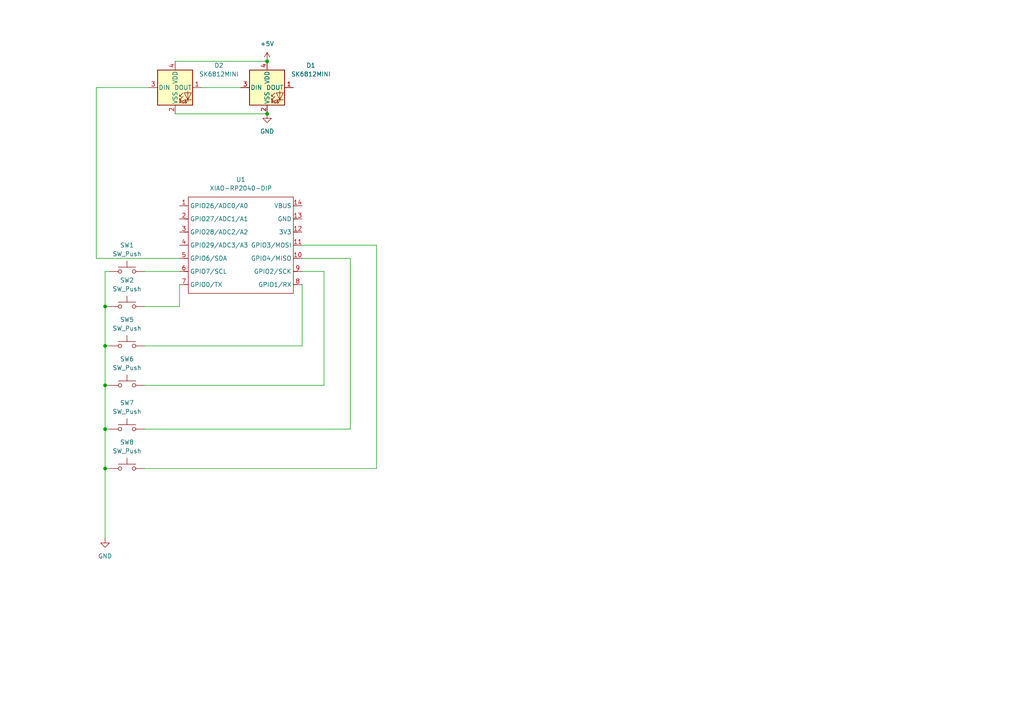
<source format=kicad_sch>
(kicad_sch (version 20250114) (generator "eeschema") (generator_version "9.0")
  (paper "A4")
  (lib_symbols
    (symbol "LED:SK6812MINI" (pin_names (offset 0.254))
      (property "Reference" "D" (at 5.08 5.715 0))
      (property "Value" "SK6812MINI" (at 1.27 -5.715 0))
      (symbol "SK6812MINI_0_0"
        (text "RGB" (at 2.286 -4.191 0) (effects (font (size 0.762 0.762))))
      )
      (symbol "SK6812MINI_0_1"
        (polyline (pts (xy 1.27 -2.54) (xy 1.778 -2.54)))
        (polyline (pts (xy 1.27 -3.556) (xy 1.778 -3.556)))
        (polyline (pts (xy 2.286 -1.524) (xy 1.27 -2.54) (xy 1.27 -2.032)))
        (polyline (pts (xy 2.286 -2.54) (xy 1.27 -3.556) (xy 1.27 -3.048)))
        (polyline (pts (xy 3.683 -1.016) (xy 3.683 -3.556) (xy 3.683 -4.064)))
        (polyline (pts (xy 4.699 -1.524) (xy 2.667 -1.524) (xy 3.683 -3.556) (xy 4.699 -1.524)))
        (polyline (pts (xy 4.699 -3.556) (xy 2.667 -3.556)))
        (rectangle (start 5.08 5.08) (end -5.08 -5.08) (stroke (width 0.254)) (fill (type background)))
      )
      (symbol "SK6812MINI_1_1"
        (pin input line (at -7.62 0 0) (length 2.54) (name "DIN") (number "3"))
        (pin power_in line (at 0 7.62 270) (length 2.54) (name "VDD") (number "4"))
        (pin power_in line (at 0 -7.62 90) (length 2.54) (name "VSS") (number "2"))
        (pin output line (at 7.62 0 180) (length 2.54) (name "DOUT") (number "1"))
      )
    )
    (symbol "OPL:XIAO-RP2040-DIP"
      (property "Reference" "U" (at 0 0 0))
      (property "Value" "XIAO-RP2040-DIP" (at 5.334 -1.778 0))
      (symbol "XIAO-RP2040-DIP_1_0"
        (polyline (pts (xy -1.27 -2.54) (xy 29.21 -2.54)) (stroke (width 0.1524)))
        (polyline (pts (xy -1.27 -5.08) (xy -2.54 -5.08)) (stroke (width 0.1524)))
        (polyline (pts (xy -1.27 -5.08) (xy -1.27 -2.54)) (stroke (width 0.1524)))
        (polyline (pts (xy -1.27 -8.89) (xy -2.54 -8.89)) (stroke (width 0.1524)))
        (polyline (pts (xy -1.27 -8.89) (xy -1.27 -5.08)) (stroke (width 0.1524)))
        (polyline (pts (xy -1.27 -12.7) (xy -2.54 -12.7)) (stroke (width 0.1524)))
        (polyline (pts (xy -1.27 -12.7) (xy -1.27 -8.89)) (stroke (width 0.1524)))
        (polyline (pts (xy -1.27 -16.51) (xy -2.54 -16.51)) (stroke (width 0.1524)))
        (polyline (pts (xy -1.27 -16.51) (xy -1.27 -12.7)) (stroke (width 0.1524)))
        (polyline (pts (xy -1.27 -20.32) (xy -2.54 -20.32)) (stroke (width 0.1524)))
        (polyline (pts (xy -1.27 -24.13) (xy -2.54 -24.13)) (stroke (width 0.1524)))
        (polyline (pts (xy -1.27 -27.94) (xy -2.54 -27.94)) (stroke (width 0.1524)))
        (polyline (pts (xy -1.27 -30.48) (xy -1.27 -16.51)) (stroke (width 0.1524)))
        (polyline (pts (xy 29.21 -2.54) (xy 29.21 -5.08)) (stroke (width 0.1524)))
        (polyline (pts (xy 29.21 -5.08) (xy 29.21 -8.89)) (stroke (width 0.1524)))
        (polyline (pts (xy 29.21 -8.89) (xy 29.21 -12.7)) (stroke (width 0.1524)))
        (polyline (pts (xy 29.21 -12.7) (xy 29.21 -30.48)) (stroke (width 0.1524)))
        (polyline (pts (xy 29.21 -30.48) (xy -1.27 -30.48)) (stroke (width 0.1524)))
        (polyline (pts (xy 30.48 -5.08) (xy 29.21 -5.08)) (stroke (width 0.1524)))
        (polyline (pts (xy 30.48 -8.89) (xy 29.21 -8.89)) (stroke (width 0.1524)))
        (polyline (pts (xy 30.48 -12.7) (xy 29.21 -12.7)) (stroke (width 0.1524)))
        (polyline (pts (xy 30.48 -16.51) (xy 29.21 -16.51)) (stroke (width 0.1524)))
        (polyline (pts (xy 30.48 -20.32) (xy 29.21 -20.32)) (stroke (width 0.1524)))
        (polyline (pts (xy 30.48 -24.13) (xy 29.21 -24.13)) (stroke (width 0.1524)))
        (polyline (pts (xy 30.48 -27.94) (xy 29.21 -27.94)) (stroke (width 0.1524)))
        (pin passive line (at -3.81 -5.08 0) (length 2.54) (name "GPIO26/ADC0/A0") (number "1"))
        (pin passive line (at -3.81 -8.89 0) (length 2.54) (name "GPIO27/ADC1/A1") (number "2"))
        (pin passive line (at -3.81 -12.7 0) (length 2.54) (name "GPIO28/ADC2/A2") (number "3"))
        (pin passive line (at -3.81 -16.51 0) (length 2.54) (name "GPIO29/ADC3/A3") (number "4"))
        (pin passive line (at -3.81 -20.32 0) (length 2.54) (name "GPIO6/SDA") (number "5"))
        (pin passive line (at -3.81 -24.13 0) (length 2.54) (name "GPIO7/SCL") (number "6"))
        (pin passive line (at -3.81 -27.94 0) (length 2.54) (name "GPIO0/TX") (number "7"))
        (pin passive line (at 31.75 -5.08 180) (length 2.54) (name "VBUS") (number "14"))
        (pin passive line (at 31.75 -8.89 180) (length 2.54) (name "GND") (number "13"))
        (pin passive line (at 31.75 -12.7 180) (length 2.54) (name "3V3") (number "12"))
        (pin passive line (at 31.75 -16.51 180) (length 2.54) (name "GPIO3/MOSI") (number "11"))
        (pin passive line (at 31.75 -20.32 180) (length 2.54) (name "GPIO4/MISO") (number "10"))
        (pin passive line (at 31.75 -24.13 180) (length 2.54) (name "GPIO2/SCK") (number "9"))
        (pin passive line (at 31.75 -27.94 180) (length 2.54) (name "GPIO1/RX") (number "8"))
      )
    )
    (symbol "Switch:SW_Push" (pin_numbers (hide yes)) (pin_names (offset 1.016) (hide yes))
      (property "Reference" "SW" (at 1.27 2.54 0))
      (property "Value" "SW_Push" (at 0 -1.524 0))
      (symbol "SW_Push_0_1"
        (circle (center -2.032 0) (radius 0.508))
        (polyline (pts (xy 0 1.27) (xy 0 3.048)))
        (circle (center 2.032 0) (radius 0.508))
        (polyline (pts (xy 2.54 1.27) (xy -2.54 1.27)))
        (pin passive line (at -5.08 0 0) (length 2.54) (name "1") (number "1"))
        (pin passive line (at 5.08 0 180) (length 2.54) (name "2") (number "2"))
      )
    )
    (symbol "power:+5V" (power) (pin_numbers (hide yes)) (pin_names (offset 0) (hide yes))
      (property "Value" "+5V" (at 0 3.556 0))
      (symbol "+5V_0_1"
        (polyline (pts (xy -0.762 1.27) (xy 0 2.54)))
        (polyline (pts (xy 0 2.54) (xy 0.762 1.27)))
        (polyline (pts (xy 0 0) (xy 0 2.54)))
      )
      (symbol "+5V_1_1"
        (pin power_in line (at 0 0 90) (length 0) (name "~") (number "1"))
      )
    )
    (symbol "power:GND" (power) (pin_numbers (hide yes)) (pin_names (offset 0) (hide yes))
      (property "Value" "GND" (at 0 -3.81 0))
      (symbol "GND_0_1"
        (polyline (pts (xy 0 0) (xy 0 -1.27) (xy 1.27 -1.27) (xy 0 -2.54) (xy -1.27 -1.27) (xy 0 -1.27)))
      )
      (symbol "GND_1_1"
        (pin power_in line (at 0 0 270) (length 0) (name "~") (number "1"))
      )
    )
  )
  (junction (at 30.48 124.46))
  (junction (at 30.48 111.76))
  (junction (at 77.47 33.02))
  (junction (at 77.47 17.78))
  (junction (at 30.48 135.89))
  (junction (at 30.48 100.33))
  (junction (at 30.48 88.9))
  (wire (pts (xy 58.42 25.4) (xy 69.85 25.4)))
  (wire (pts (xy 31.75 111.76) (xy 30.48 111.76)))
  (wire (pts (xy 31.75 124.46) (xy 30.48 124.46)))
  (wire (pts (xy 41.91 124.46) (xy 101.6 124.46)))
  (wire (pts (xy 30.48 78.74) (xy 30.48 88.9)))
  (wire (pts (xy 50.8 17.78) (xy 77.47 17.78)))
  (wire (pts (xy 41.91 111.76) (xy 93.98 111.76)))
  (wire (pts (xy 52.07 74.93) (xy 27.94 74.93)))
  (wire (pts (xy 31.75 100.33) (xy 30.48 100.33)))
  (wire (pts (xy 41.91 88.9) (xy 52.07 88.9)))
  (wire (pts (xy 31.75 78.74) (xy 30.48 78.74)))
  (wire (pts (xy 30.48 88.9) (xy 31.75 88.9)))
  (wire (pts (xy 30.48 111.76) (xy 30.48 124.46)))
  (wire (pts (xy 30.48 156.21) (xy 30.48 135.89)))
  (wire (pts (xy 30.48 100.33) (xy 30.48 111.76)))
  (wire (pts (xy 93.98 111.76) (xy 93.98 78.74)))
  (wire (pts (xy 52.07 88.9) (xy 52.07 82.55)))
  (wire (pts (xy 27.94 25.4) (xy 43.18 25.4)))
  (wire (pts (xy 109.22 71.12) (xy 87.63 71.12)))
  (wire (pts (xy 87.63 100.33) (xy 87.63 82.55)))
  (wire (pts (xy 41.91 100.33) (xy 87.63 100.33)))
  (wire (pts (xy 27.94 74.93) (xy 27.94 25.4)))
  (wire (pts (xy 101.6 124.46) (xy 101.6 74.93)))
  (wire (pts (xy 93.98 78.74) (xy 87.63 78.74)))
  (wire (pts (xy 50.8 33.02) (xy 77.47 33.02)))
  (wire (pts (xy 30.48 88.9) (xy 30.48 100.33)))
  (wire (pts (xy 41.91 78.74) (xy 52.07 78.74)))
  (wire (pts (xy 109.22 135.89) (xy 109.22 71.12)))
  (wire (pts (xy 30.48 124.46) (xy 30.48 135.89)))
  (wire (pts (xy 41.91 135.89) (xy 109.22 135.89)))
  (wire (pts (xy 30.48 135.89) (xy 31.75 135.89)))
  (wire (pts (xy 101.6 74.93) (xy 87.63 74.93)))
  (symbol (lib_id "Switch:SW_Push") (at 36.83 100.33 0) (unit 1)
    (property "Reference" "SW5" (at 36.83 92.71 0))
    (property "Value" "SW_Push" (at 36.83 95.25 0))
    (property "Footprint" "Button_Switch_Keyboard:SW_Cherry_MX_1.00u_PCB" (effects (hide yes)))
    (property "Description" "Push button switch, generic, two pins" (effects (hide yes)))
  )
  (symbol (lib_id "LED:SK6812MINI") (at 77.47 25.4 0) (unit 1)
    (property "Reference" "D1" (at 90.17 18.9798 0))
    (property "Value" "SK6812MINI" (at 90.17 21.5198 0))
    (property "Footprint" "LED_SMD:LED_SK6812MINI_PLCC4_3.5x3.5mm_P1.75mm" (effects (hide yes)))
    (property "Datasheet" "https://cdn-shop.adafruit.com/product-files/2686/SK6812MINI_REV.01-1-2.pdf" (effects (hide yes)))
    (property "Description" "RGB LED with integrated controller" (effects (hide yes)))
  )
  (symbol (lib_id "power:GND") (at 77.47 33.02 0) (unit 1)
    (property "Reference" "#PWR03" (effects (hide yes)))
    (property "Value" "GND" (at 77.47 38.1 0))
    (property "Description" "Power symbol creates a global label with name \"GND\" , ground" (effects (hide yes)))
  )
  (symbol (lib_id "Switch:SW_Push") (at 36.83 78.74 0) (unit 1)
    (property "Reference" "SW1" (at 36.83 71.12 0))
    (property "Value" "SW_Push" (at 36.83 73.66 0))
    (property "Footprint" "Button_Switch_Keyboard:SW_Cherry_MX_1.00u_PCB" (effects (hide yes)))
    (property "Description" "Push button switch, generic, two pins" (effects (hide yes)))
  )
  (symbol (lib_id "Switch:SW_Push") (at 36.83 111.76 0) (unit 1)
    (property "Reference" "SW6" (at 36.83 104.14 0))
    (property "Value" "SW_Push" (at 36.83 106.68 0))
    (property "Footprint" "Button_Switch_Keyboard:SW_Cherry_MX_1.00u_PCB" (effects (hide yes)))
    (property "Description" "Push button switch, generic, two pins" (effects (hide yes)))
  )
  (symbol (lib_id "LED:SK6812MINI") (at 50.8 25.4 0) (unit 1)
    (property "Reference" "D2" (at 63.5 18.9798 0))
    (property "Value" "SK6812MINI" (at 63.5 21.5198 0))
    (property "Footprint" "LED_SMD:LED_SK6812MINI_PLCC4_3.5x3.5mm_P1.75mm" (effects (hide yes)))
    (property "Datasheet" "https://cdn-shop.adafruit.com/product-files/2686/SK6812MINI_REV.01-1-2.pdf" (effects (hide yes)))
    (property "Description" "RGB LED with integrated controller" (effects (hide yes)))
  )
  (symbol (lib_id "power:+5V") (at 77.47 17.78 0) (unit 1)
    (property "Reference" "#PWR02" (effects (hide yes)))
    (property "Value" "+5V" (at 77.47 12.7 0))
    (property "Description" "Power symbol creates a global label with name \"+5V\"" (effects (hide yes)))
  )
  (symbol (lib_id "OPL:XIAO-RP2040-DIP") (at 55.88 54.61 0) (unit 1)
    (property "Reference" "U1" (at 69.85 52.07 0))
    (property "Value" "XIAO-RP2040-DIP" (at 69.85 54.61 0))
    (property "Footprint" "OPL:XIAO-RP2040-DIP" (effects (hide yes)))
  )
  (symbol (lib_id "power:GND") (at 30.48 156.21 0) (unit 1)
    (property "Reference" "#PWR01" (effects (hide yes)))
    (property "Value" "GND" (at 30.48 161.29 0))
    (property "Description" "Power symbol creates a global label with name \"GND\" , ground" (effects (hide yes)))
  )
  (symbol (lib_id "Switch:SW_Push") (at 36.83 88.9 0) (unit 1)
    (property "Reference" "SW2" (at 36.83 81.28 0))
    (property "Value" "SW_Push" (at 36.83 83.82 0))
    (property "Footprint" "Button_Switch_Keyboard:SW_Cherry_MX_1.00u_PCB" (effects (hide yes)))
    (property "Description" "Push button switch, generic, two pins" (effects (hide yes)))
  )
  (symbol (lib_id "Switch:SW_Push") (at 36.83 135.89 0) (unit 1)
    (property "Reference" "SW8" (at 36.83 128.27 0))
    (property "Value" "SW_Push" (at 36.83 130.81 0))
    (property "Footprint" "Button_Switch_Keyboard:SW_Cherry_MX_1.00u_PCB" (effects (hide yes)))
    (property "Description" "Push button switch, generic, two pins" (effects (hide yes)))
  )
  (symbol (lib_id "Switch:SW_Push") (at 36.83 124.46 0) (unit 1)
    (property "Reference" "SW7" (at 36.83 116.84 0))
    (property "Value" "SW_Push" (at 36.83 119.38 0))
    (property "Footprint" "Button_Switch_Keyboard:SW_Cherry_MX_1.00u_PCB" (effects (hide yes)))
    (property "Description" "Push button switch, generic, two pins" (effects (hide yes)))
  )
)
</source>
